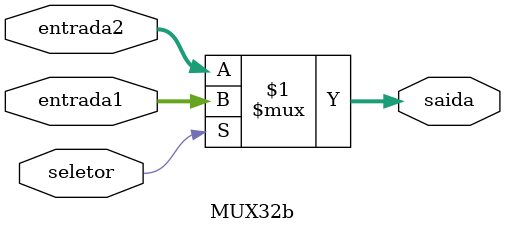
<source format=v>
module MUX32b (entrada1,entrada2,seletor,saida);

    input wire [31:0] entrada1, entrada2;
    input wire seletor;
    output [31:0] saida;
    assign saida = seletor ? entrada1 : entrada2;
endmodule
</source>
